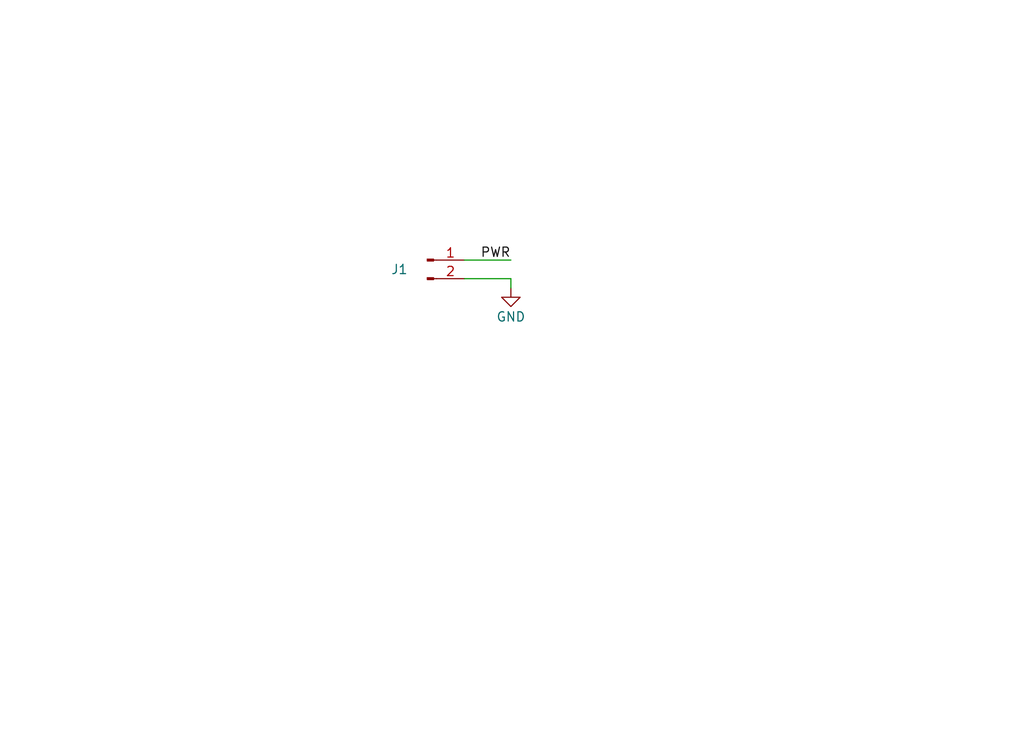
<source format=kicad_sch>
(kicad_sch (version 20230121) (generator eeschema)

  (uuid 24c45a69-1309-4a66-85dc-bd4044729c6d)

  (paper "User" 140.005 99.9998)

  (lib_symbols
    (symbol "Connector:Conn_01x02_Pin" (pin_names (offset 1.016) hide) (in_bom yes) (on_board yes)
      (property "Reference" "J" (at 0 2.54 0)
        (effects (font (size 1.27 1.27)))
      )
      (property "Value" "Conn_01x02_Pin" (at 0 -5.08 0)
        (effects (font (size 1.27 1.27)))
      )
      (property "Footprint" "" (at 0 0 0)
        (effects (font (size 1.27 1.27)) hide)
      )
      (property "Datasheet" "~" (at 0 0 0)
        (effects (font (size 1.27 1.27)) hide)
      )
      (property "ki_locked" "" (at 0 0 0)
        (effects (font (size 1.27 1.27)))
      )
      (property "ki_keywords" "connector" (at 0 0 0)
        (effects (font (size 1.27 1.27)) hide)
      )
      (property "ki_description" "Generic connector, single row, 01x02, script generated" (at 0 0 0)
        (effects (font (size 1.27 1.27)) hide)
      )
      (property "ki_fp_filters" "Connector*:*_1x??_*" (at 0 0 0)
        (effects (font (size 1.27 1.27)) hide)
      )
      (symbol "Conn_01x02_Pin_1_1"
        (polyline
          (pts
            (xy 1.27 -2.54)
            (xy 0.8636 -2.54)
          )
          (stroke (width 0.1524) (type default))
          (fill (type none))
        )
        (polyline
          (pts
            (xy 1.27 0)
            (xy 0.8636 0)
          )
          (stroke (width 0.1524) (type default))
          (fill (type none))
        )
        (rectangle (start 0.8636 -2.413) (end 0 -2.667)
          (stroke (width 0.1524) (type default))
          (fill (type outline))
        )
        (rectangle (start 0.8636 0.127) (end 0 -0.127)
          (stroke (width 0.1524) (type default))
          (fill (type outline))
        )
        (pin passive line (at 5.08 0 180) (length 3.81)
          (name "Pin_1" (effects (font (size 1.27 1.27))))
          (number "1" (effects (font (size 1.27 1.27))))
        )
        (pin passive line (at 5.08 -2.54 180) (length 3.81)
          (name "Pin_2" (effects (font (size 1.27 1.27))))
          (number "2" (effects (font (size 1.27 1.27))))
        )
      )
    )
    (symbol "power:GND" (power) (pin_names (offset 0)) (in_bom yes) (on_board yes)
      (property "Reference" "#PWR" (at 0 -6.35 0)
        (effects (font (size 1.27 1.27)) hide)
      )
      (property "Value" "GND" (at 0 -3.81 0)
        (effects (font (size 1.27 1.27)))
      )
      (property "Footprint" "" (at 0 0 0)
        (effects (font (size 1.27 1.27)) hide)
      )
      (property "Datasheet" "" (at 0 0 0)
        (effects (font (size 1.27 1.27)) hide)
      )
      (property "ki_keywords" "global power" (at 0 0 0)
        (effects (font (size 1.27 1.27)) hide)
      )
      (property "ki_description" "Power symbol creates a global label with name \"GND\" , ground" (at 0 0 0)
        (effects (font (size 1.27 1.27)) hide)
      )
      (symbol "GND_0_1"
        (polyline
          (pts
            (xy 0 0)
            (xy 0 -1.27)
            (xy 1.27 -1.27)
            (xy 0 -2.54)
            (xy -1.27 -1.27)
            (xy 0 -1.27)
          )
          (stroke (width 0) (type default))
          (fill (type none))
        )
      )
      (symbol "GND_1_1"
        (pin power_in line (at 0 0 270) (length 0) hide
          (name "GND" (effects (font (size 1.27 1.27))))
          (number "1" (effects (font (size 1.27 1.27))))
        )
      )
    )
  )


  (wire (pts (xy 63.5 35.56) (xy 69.85 35.56))
    (stroke (width 0) (type default))
    (uuid 801e9a6e-7a9a-4301-9aa5-fc0b064182c7)
  )
  (wire (pts (xy 63.5 38.1) (xy 69.85 38.1))
    (stroke (width 0) (type default))
    (uuid d312a4d5-6719-4297-94c6-a3096b860648)
  )
  (wire (pts (xy 69.85 38.1) (xy 69.85 39.37))
    (stroke (width 0) (type default))
    (uuid f214436a-29f6-465a-8af6-f8001076dc8d)
  )

  (label "PWR" (at 69.85 35.56 180) (fields_autoplaced)
    (effects (font (size 1.27 1.27)) (justify right bottom))
    (uuid b1ac3dfb-b6f4-45d6-b83e-77e21ed547fe)
  )

  (symbol (lib_id "Connector:Conn_01x02_Pin") (at 58.42 35.56 0) (unit 1)
    (in_bom yes) (on_board yes) (dnp no)
    (uuid 71ba25be-c27a-4827-a3c3-0ed216ce43c4)
    (property "Reference" "J1" (at 54.61 36.83 0)
      (effects (font (size 1.27 1.27)))
    )
    (property "Value" "Conn_01x02_Pin" (at 59.055 33.9518 0)
      (effects (font (size 1.27 1.27)) hide)
    )
    (property "Footprint" "Connector_PinHeader_2.54mm:PinHeader_2x01_P2.54mm_Vertical_SMD" (at 58.42 35.56 0)
      (effects (font (size 1.27 1.27)) hide)
    )
    (property "Datasheet" "~" (at 58.42 35.56 0)
      (effects (font (size 1.27 1.27)) hide)
    )
    (pin "1" (uuid e317d453-fb09-4d41-a792-99a9307ea8f2))
    (pin "2" (uuid 7a9e1ead-67f5-4140-8d5c-9d7b1b9cd6ee))
    (instances
      (project "Board_To_Be_Tested"
        (path "/24c45a69-1309-4a66-85dc-bd4044729c6d"
          (reference "J1") (unit 1)
        )
      )
    )
  )

  (symbol (lib_id "power:GND") (at 69.85 39.37 0) (unit 1)
    (in_bom yes) (on_board yes) (dnp no) (fields_autoplaced)
    (uuid fb576b1a-c172-40b0-a281-e23739eec013)
    (property "Reference" "#PWR01" (at 69.85 45.72 0)
      (effects (font (size 1.27 1.27)) hide)
    )
    (property "Value" "GND" (at 69.85 43.315 0)
      (effects (font (size 1.27 1.27)))
    )
    (property "Footprint" "" (at 69.85 39.37 0)
      (effects (font (size 1.27 1.27)) hide)
    )
    (property "Datasheet" "" (at 69.85 39.37 0)
      (effects (font (size 1.27 1.27)) hide)
    )
    (pin "1" (uuid bec115d7-04c6-464d-844f-d336c08a8f75))
    (instances
      (project "Board_To_Be_Tested"
        (path "/24c45a69-1309-4a66-85dc-bd4044729c6d"
          (reference "#PWR01") (unit 1)
        )
      )
    )
  )

  (sheet_instances
    (path "/" (page "1"))
  )
)

</source>
